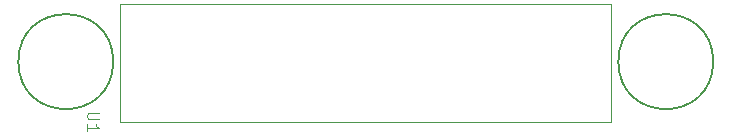
<source format=gbr>
%TF.GenerationSoftware,KiCad,Pcbnew,7.0.7*%
%TF.CreationDate,2023-11-02T23:28:56-05:00*%
%TF.ProjectId,CCD_Breakout,4343445f-4272-4656-916b-6f75742e6b69,rev?*%
%TF.SameCoordinates,Original*%
%TF.FileFunction,Legend,Top*%
%TF.FilePolarity,Positive*%
%FSLAX46Y46*%
G04 Gerber Fmt 4.6, Leading zero omitted, Abs format (unit mm)*
G04 Created by KiCad (PCBNEW 7.0.7) date 2023-11-02 23:28:56*
%MOMM*%
%LPD*%
G01*
G04 APERTURE LIST*
%ADD10C,0.100000*%
%ADD11C,0.150000*%
G04 APERTURE END LIST*
D10*
X45754580Y-31242095D02*
X44945057Y-31242095D01*
X44945057Y-31242095D02*
X44849819Y-31289714D01*
X44849819Y-31289714D02*
X44802200Y-31337333D01*
X44802200Y-31337333D02*
X44754580Y-31432571D01*
X44754580Y-31432571D02*
X44754580Y-31623047D01*
X44754580Y-31623047D02*
X44802200Y-31718285D01*
X44802200Y-31718285D02*
X44849819Y-31765904D01*
X44849819Y-31765904D02*
X44945057Y-31813523D01*
X44945057Y-31813523D02*
X45754580Y-31813523D01*
X44754580Y-32813523D02*
X44754580Y-32242095D01*
X44754580Y-32527809D02*
X45754580Y-32527809D01*
X45754580Y-32527809D02*
X45611723Y-32432571D01*
X45611723Y-32432571D02*
X45516485Y-32337333D01*
X45516485Y-32337333D02*
X45468866Y-32242095D01*
%TO.C,U1*%
X47526000Y-22004000D02*
X89126000Y-22004000D01*
X89126000Y-22004000D02*
X89126000Y-32004000D01*
X89126000Y-32004000D02*
X47526000Y-32004000D01*
X47526000Y-32004000D02*
X47526000Y-22004000D01*
D11*
%TO.C,V2*%
X97744283Y-26924000D02*
G75*
G03*
X97744283Y-26924000I-4018283J0D01*
G01*
%TO.C,V1*%
X46944283Y-26924000D02*
G75*
G03*
X46944283Y-26924000I-4018283J0D01*
G01*
%TD*%
M02*

</source>
